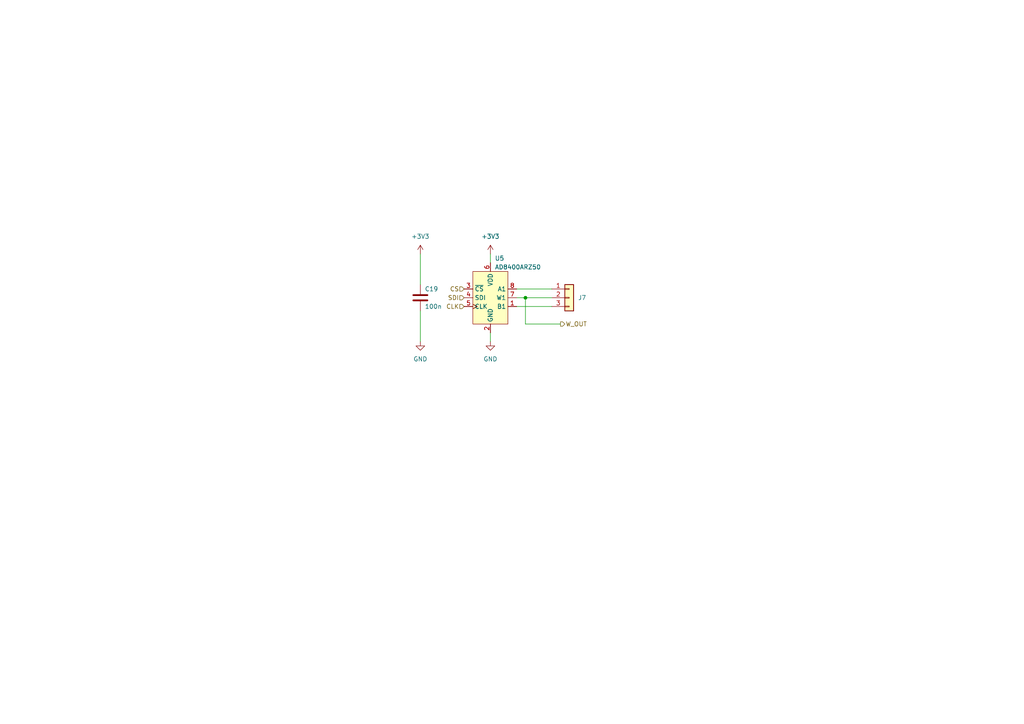
<source format=kicad_sch>
(kicad_sch (version 20211123) (generator eeschema)
  (paper "A4")
  (lib_symbols
    (symbol "Connector_Generic:Conn_01x03" (pin_names (offset 1.016) hide)
      (property "Reference" "J" (at 0 5.08 0))
      (property "Value" "Conn_01x03" (at 0 -5.08 0))
      (symbol "Conn_01x03_1_1"
        (rectangle (start -1.27 -2.413) (end 0 -2.667) (stroke (width 0.1524)))
        (rectangle (start -1.27 0.127) (end 0 -0.127) (stroke (width 0.1524)))
        (rectangle (start -1.27 2.667) (end 0 2.413) (stroke (width 0.1524)))
        (rectangle (start -1.27 3.81) (end 1.27 -3.81) (stroke (width 0.254)) (fill (type background)))
        (pin passive line (at -5.08 2.54 0) (length 3.81) (name "Pin_1") (number "1"))
        (pin passive line (at -5.08 0 0) (length 3.81) (name "Pin_2") (number "2"))
        (pin passive line (at -5.08 -2.54 0) (length 3.81) (name "Pin_3") (number "3"))
      )
    )
    (symbol "Device:C" (pin_numbers hide) (pin_names (offset 0.254))
      (property "Reference" "C" (at 0.635 2.54 0))
      (property "Value" "C" (at 0.635 -2.54 0))
      (symbol "C_0_1"
        (polyline (pts (xy -2.032 -0.762) (xy 2.032 -0.762)) (stroke (width 0.508)))
        (polyline (pts (xy -2.032 0.762) (xy 2.032 0.762)) (stroke (width 0.508)))
      )
      (symbol "C_1_1"
        (pin passive line (at 0 3.81 270) (length 2.794) (name "~") (number "1"))
        (pin passive line (at 0 -3.81 90) (length 2.794) (name "~") (number "2"))
      )
    )
    (symbol "power:+3V3" (power) (pin_names (offset 0))
      (property "Value" "+3V3" (at 0 3.556 0))
      (symbol "+3V3_0_1"
        (polyline (pts (xy -0.762 1.27) (xy 0 2.54)))
        (polyline (pts (xy 0 0) (xy 0 2.54)))
        (polyline (pts (xy 0 2.54) (xy 0.762 1.27)))
      )
      (symbol "+3V3_1_1"
        (pin power_in line (at 0 0 90) (length 0) hide (name "+3V3") (number "1"))
      )
    )
    (symbol "power:GND" (power) (pin_names (offset 0))
      (property "Value" "GND" (at 0 -3.81 0))
      (symbol "GND_0_1"
        (polyline (pts (xy 0 0) (xy 0 -1.27) (xy 1.27 -1.27) (xy 0 -2.54) (xy -1.27 -1.27) (xy 0 -1.27)))
      )
      (symbol "GND_1_1"
        (pin power_in line (at 0 0 270) (length 0) hide (name "GND") (number "1"))
      )
    )
    (symbol "symbols[1]:AD8400ARZ50"
      (property "Reference" "U" (at 7.62 -7.62 0))
      (property "Value" "AD8400ARZ50" (at 5.08 10.16 0))
      (symbol "AD8400ARZ50_0_1"
        (rectangle (start -5.08 7.62) (end 5.08 -7.62) (stroke (width 0.1524)) (fill (type background)))
      )
      (symbol "AD8400ARZ50_1_1"
        (pin passive line (at 7.62 -2.54 180) (length 2.54) (name "B1") (number "1"))
        (pin power_in line (at 0 -10.16 90) (length 2.54) (name "GND") (number "2"))
        (pin input line (at -7.62 2.54 0) (length 2.54) (name "~{CS}") (number "3"))
        (pin input line (at -7.62 0 0) (length 2.54) (name "SDI") (number "4"))
        (pin input clock (at -7.62 -2.54 0) (length 2.54) (name "CLK") (number "5"))
        (pin power_in line (at 0 10.16 270) (length 2.54) (name "VDD") (number "6"))
        (pin passive line (at 7.62 0 180) (length 2.54) (name "W1") (number "7"))
        (pin passive line (at 7.62 2.54 180) (length 2.54) (name "A1") (number "8"))
      )
    )
  )
  (junction (at 152.4 86.36))
  (wire (pts (xy 142.24 96.52) (xy 142.24 99.06)))
  (wire (pts (xy 149.86 86.36) (xy 152.4 86.36)))
  (wire (pts (xy 152.4 86.36) (xy 160.02 86.36)))
  (wire (pts (xy 152.4 86.36) (xy 152.4 93.98)))
  (wire (pts (xy 152.4 93.98) (xy 162.56 93.98)))
  (wire (pts (xy 142.24 73.66) (xy 142.24 76.2)))
  (wire (pts (xy 121.92 90.17) (xy 121.92 99.06)))
  (wire (pts (xy 121.92 73.66) (xy 121.92 82.55)))
  (wire (pts (xy 149.86 83.82) (xy 160.02 83.82)))
  (wire (pts (xy 149.86 88.9) (xy 160.02 88.9)))
  (hierarchical_label "CLK" (shape input) (at 134.62 88.9 180))
  (hierarchical_label "SDI" (shape input) (at 134.62 86.36 180))
  (hierarchical_label "W_OUT" (shape output) (at 162.56 93.98 0))
  (hierarchical_label "CS" (shape input) (at 134.62 83.82 180))
  (symbol (lib_id "Connector_Generic:Conn_01x03") (at 165.1 86.36 0) (unit 1)
    (property "Reference" "J7" (at 167.64 86.3599 0) (effects (justify left)))
    (property "Value" "Conn_01x03" (effects hide))
    (property "Footprint" "Connector_PinHeader_2.54mm:PinHeader_1x03_P2.54mm_Vertical" (effects hide))
  )
  (symbol (lib_id "power:+3V3") (at 142.24 73.66 0) (unit 1)
    (property "Reference" "#PWR0162" (effects hide))
    (property "Value" "+3V3" (at 142.24 68.58 0))
  )
  (symbol (lib_id "power:GND") (at 121.92 99.06 0) (unit 1)
    (property "Reference" "#PWR0159" (effects hide))
    (property "Value" "GND" (at 121.92 104.14 0))
  )
  (symbol (lib_id "symbols[1]:AD8400ARZ50") (at 142.24 86.36 0) (unit 1)
    (property "Reference" "U5" (at 143.51 74.93 0) (effects (justify left)))
    (property "Value" "AD8400ARZ50" (at 143.51 77.47 0) (effects (justify left)))
    (property "Footprint" "Package_SO:SOP-8_3.9x4.9mm_P1.27mm" (effects hide))
  )
  (symbol (lib_id "power:GND") (at 142.24 99.06 0) (unit 1)
    (property "Reference" "#PWR0160" (effects hide))
    (property "Value" "GND" (at 142.24 104.14 0))
  )
  (symbol (lib_id "power:+3V3") (at 121.92 73.66 0) (unit 1)
    (property "Reference" "#PWR0161" (effects hide))
    (property "Value" "+3V3" (at 121.92 68.58 0))
  )
  (symbol (lib_id "Device:C") (at 121.92 86.36 0) (unit 1)
    (property "Reference" "C19" (at 123.19 83.82 0) (effects (justify left)))
    (property "Value" "100n" (at 123.19 88.9 0) (effects (justify left)))
    (property "Footprint" "Capacitor_SMD:C_0603_1608Metric" (effects hide))
  )
)
</source>
